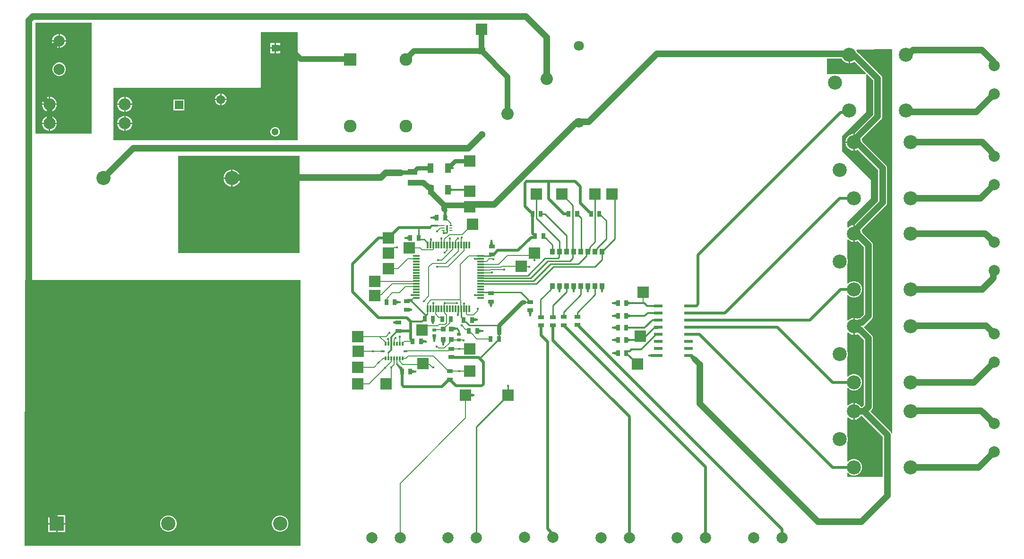
<source format=gbr>
%TF.GenerationSoftware,Altium Limited,Altium Designer,23.11.1 (41)*%
G04 Layer_Physical_Order=1*
G04 Layer_Color=255*
%FSLAX45Y45*%
%MOMM*%
%TF.SameCoordinates,7081611A-E9FA-4801-99CF-350105B7A270*%
%TF.FilePolarity,Positive*%
%TF.FileFunction,Copper,L1,Top,Signal*%
%TF.Part,Single*%
G01*
G75*
%TA.AperFunction,SMDPad,CuDef*%
%ADD10R,2.00000X2.00000*%
%ADD11R,0.80000X1.00000*%
%ADD12R,0.70000X0.60000*%
%ADD13R,1.00000X0.80000*%
%ADD14R,2.00000X2.00000*%
%ADD15R,1.70000X1.00000*%
%TA.AperFunction,TestPad*%
G04:AMPARAMS|DCode=16|XSize=0.9mm|YSize=0.8mm|CornerRadius=0.04mm|HoleSize=0mm|Usage=FLASHONLY|Rotation=90.000|XOffset=0mm|YOffset=0mm|HoleType=Round|Shape=RoundedRectangle|*
%AMROUNDEDRECTD16*
21,1,0.90000,0.72000,0,0,90.0*
21,1,0.82000,0.80000,0,0,90.0*
1,1,0.08000,0.36000,0.41000*
1,1,0.08000,0.36000,-0.41000*
1,1,0.08000,-0.36000,-0.41000*
1,1,0.08000,-0.36000,0.41000*
%
%ADD16ROUNDEDRECTD16*%
%TA.AperFunction,SMDPad,CuDef*%
%ADD17R,0.91000X1.14000*%
%ADD18R,1.00000X1.80000*%
%ADD19R,0.60000X0.20000*%
%ADD20R,0.35000X0.99000*%
%ADD21R,0.75000X0.30000*%
%ADD22R,0.30000X0.75000*%
%ADD23R,0.30000X1.20000*%
%ADD24R,1.20000X0.30000*%
%ADD25R,1.55000X0.60000*%
%TA.AperFunction,Conductor*%
%ADD26C,1.00000*%
%ADD27C,1.20000*%
%ADD28C,0.20000*%
%ADD29C,0.30000*%
%ADD30C,0.75000*%
%ADD31C,0.50000*%
%TA.AperFunction,NonConductor*%
%ADD32C,0.25400*%
%ADD33C,0.20320*%
%TA.AperFunction,Conductor*%
%ADD34C,0.25000*%
%ADD35C,0.35000*%
%TA.AperFunction,ComponentPad*%
%ADD36C,2.20980*%
%ADD37C,2.54000*%
%ADD38R,2.54000X2.54000*%
%ADD39C,2.00025*%
%ADD40C,1.80000*%
%ADD41C,2.15000*%
%ADD42R,1.60000X1.60000*%
%ADD43C,1.30000*%
%ADD44R,1.30000X1.30000*%
%ADD45C,2.51460*%
%ADD46C,2.28600*%
%ADD47C,1.60000*%
%ADD48R,2.28600X2.28600*%
%TA.AperFunction,ViaPad*%
%ADD49C,0.45000*%
G36*
X14916975Y9147557D02*
X14919160D01*
X14948358Y9153365D01*
X14975862Y9164757D01*
X14996060Y9178253D01*
X15206613Y8967700D01*
X15201353Y8955000D01*
X14500000D01*
Y9236810D01*
X14766324D01*
X14770345Y9227100D01*
X14786885Y9202347D01*
X14807935Y9181297D01*
X14832687Y9164757D01*
X14860191Y9153365D01*
X14889391Y9147557D01*
X14891576D01*
Y9298687D01*
X14916975D01*
Y9147557D01*
D02*
G37*
G36*
X1330000Y7886700D02*
X320000D01*
Y9872980D01*
X1330000D01*
Y7886700D01*
D02*
G37*
G36*
X5022500Y7767500D02*
X1715000D01*
X1715000Y8712500D01*
X4347500D01*
X4362500Y8727500D01*
Y9708750D01*
X5022500D01*
Y7767500D01*
D02*
G37*
G36*
X15331810Y8842504D02*
Y8227256D01*
X14998700Y7894146D01*
Y7731760D01*
Y7580630D01*
X15000885D01*
X15030083Y7586438D01*
X15056259Y7597280D01*
X15420470Y7233070D01*
Y6680155D01*
X14998700Y6258386D01*
Y6096000D01*
Y5944870D01*
X15000885D01*
X15030083Y5950678D01*
X15056259Y5961520D01*
X15166470Y5851309D01*
Y4648155D01*
X15096651Y4578336D01*
X15089459D01*
X15068575Y4575587D01*
X15049113Y4567526D01*
X15048837Y4567314D01*
X15030083Y4575082D01*
X15000885Y4580890D01*
X14998700D01*
Y4429760D01*
Y4278630D01*
X15000885D01*
X15030083Y4284438D01*
X15050244Y4292789D01*
X15064764Y4286775D01*
X15166470Y4185069D01*
Y3022210D01*
X15130708Y2986450D01*
X15113847D01*
X15103391Y3002100D01*
X15082339Y3023150D01*
X15057587Y3039690D01*
X15030083Y3051082D01*
X15000885Y3056890D01*
X14998700D01*
Y2905760D01*
Y2754630D01*
X15000885D01*
X15030083Y2760438D01*
X15057587Y2771830D01*
X15082339Y2788370D01*
X15103391Y2809420D01*
X15113847Y2825070D01*
X15130708D01*
X15506470Y2449309D01*
Y1735000D01*
X14867500D01*
Y1799446D01*
X14880200Y1804707D01*
X14896519Y1788387D01*
X14929750Y1769201D01*
X14966814Y1759270D01*
X15005186D01*
X15042250Y1769201D01*
X15075481Y1788387D01*
X15102612Y1815520D01*
X15121799Y1848750D01*
X15131731Y1885814D01*
Y1924186D01*
X15121799Y1961250D01*
X15102612Y1994480D01*
X15075481Y2021613D01*
X15042250Y2040799D01*
X15005186Y2050730D01*
X14966814D01*
X14929750Y2040799D01*
X14896519Y2021613D01*
X14880200Y2005293D01*
X14867500Y2010554D01*
Y2348613D01*
X14867799Y2349130D01*
X14877730Y2386194D01*
Y2424566D01*
X14867799Y2461630D01*
X14867500Y2462147D01*
Y2792569D01*
X14880200Y2797830D01*
X14889661Y2788370D01*
X14914413Y2771830D01*
X14941917Y2760438D01*
X14971115Y2754630D01*
X14973300D01*
Y2905760D01*
Y3056890D01*
X14971115D01*
X14941917Y3051082D01*
X14914413Y3039690D01*
X14889661Y3023150D01*
X14880200Y3013690D01*
X14867500Y3018951D01*
Y3323446D01*
X14880200Y3328707D01*
X14896519Y3312387D01*
X14929750Y3293201D01*
X14966814Y3283270D01*
X15005186D01*
X15042250Y3293201D01*
X15075481Y3312387D01*
X15102612Y3339520D01*
X15121799Y3372750D01*
X15131731Y3409814D01*
Y3448186D01*
X15121799Y3485250D01*
X15102612Y3518480D01*
X15075481Y3545613D01*
X15042250Y3564799D01*
X15005186Y3574730D01*
X14966814D01*
X14929750Y3564799D01*
X14896519Y3545613D01*
X14880200Y3529293D01*
X14867500Y3534554D01*
Y3872613D01*
X14867799Y3873130D01*
X14877730Y3910194D01*
Y3948566D01*
X14867799Y3985630D01*
X14867500Y3986147D01*
Y4316569D01*
X14880200Y4321830D01*
X14889661Y4312370D01*
X14914413Y4295830D01*
X14941917Y4284438D01*
X14971115Y4278630D01*
X14973300D01*
Y4429760D01*
Y4580890D01*
X14971115D01*
X14941917Y4575082D01*
X14914413Y4563690D01*
X14889661Y4547150D01*
X14880200Y4537690D01*
X14867500Y4542951D01*
Y4989686D01*
X14880200Y4994947D01*
X14896519Y4978627D01*
X14929750Y4959441D01*
X14966814Y4949510D01*
X15005186D01*
X15042250Y4959441D01*
X15075481Y4978627D01*
X15102612Y5005760D01*
X15121799Y5038990D01*
X15131731Y5076054D01*
Y5114426D01*
X15121799Y5151490D01*
X15102612Y5184720D01*
X15075481Y5211853D01*
X15042250Y5231039D01*
X15005186Y5240970D01*
X14966814D01*
X14929750Y5231039D01*
X14896519Y5211853D01*
X14880200Y5195533D01*
X14867500Y5200794D01*
Y5538853D01*
X14867799Y5539370D01*
X14877730Y5576434D01*
Y5614806D01*
X14867799Y5651870D01*
X14867500Y5652387D01*
Y5982809D01*
X14880200Y5988070D01*
X14889661Y5978610D01*
X14914413Y5962070D01*
X14941917Y5950678D01*
X14971115Y5944870D01*
X14973300D01*
Y6096000D01*
Y6247130D01*
X14971115D01*
X14941917Y6241322D01*
X14914413Y6229930D01*
X14889661Y6213390D01*
X14880200Y6203930D01*
X14867500Y6209191D01*
Y6300000D01*
X15287500Y6720000D01*
X15287500Y7057500D01*
X14772501Y7572500D01*
Y7840000D01*
X15207500Y8275000D01*
Y8948853D01*
X15220200Y8954114D01*
X15331810Y8842504D01*
D02*
G37*
G36*
X5055000Y5745000D02*
X2877500D01*
Y7492500D01*
X5055000D01*
Y5745000D01*
D02*
G37*
G36*
X15675000Y9396663D02*
Y2512904D01*
X15662300Y2510378D01*
X15657040Y2523078D01*
X15644215Y2539789D01*
X15278246Y2905760D01*
X15304216Y2931731D01*
X15317039Y2948442D01*
X15325101Y2967903D01*
X15327850Y2988788D01*
Y4218492D01*
X15325101Y4239377D01*
X15317039Y4258838D01*
X15304216Y4275549D01*
X15167114Y4412651D01*
X15170094Y4427632D01*
X15170418Y4427766D01*
X15187131Y4440590D01*
X15304216Y4557676D01*
X15317039Y4574387D01*
X15325101Y4593848D01*
X15327850Y4614732D01*
Y5884732D01*
X15325101Y5905617D01*
X15317039Y5925078D01*
X15304218Y5941789D01*
X15137131Y6108875D01*
Y6110885D01*
X15131322Y6140083D01*
X15124673Y6156133D01*
X15558215Y6589676D01*
X15571039Y6606387D01*
X15579100Y6625848D01*
X15581850Y6646732D01*
Y7266492D01*
X15579100Y7287377D01*
X15571039Y7306838D01*
X15558215Y7323549D01*
X15137131Y7744635D01*
Y7746645D01*
X15131322Y7775843D01*
X15124673Y7791893D01*
X15469557Y8136776D01*
X15482381Y8153488D01*
X15490440Y8172949D01*
X15493190Y8193833D01*
Y8875927D01*
X15490440Y8896811D01*
X15482381Y8916272D01*
X15469557Y8932983D01*
X15071950Y9330590D01*
X15055238Y9343413D01*
X15048106Y9346367D01*
X15038205Y9370274D01*
X15030472Y9381846D01*
X15036348Y9393105D01*
X15665932Y9405555D01*
X15675000Y9396663D01*
D02*
G37*
G36*
X5072500Y497500D02*
X132655D01*
X123687Y506493D01*
X137117Y5262500D01*
X5072500D01*
Y497500D01*
D02*
G37*
%LPC*%
G36*
X763811Y9675633D02*
X760000D01*
Y9562920D01*
X872713D01*
Y9566731D01*
X864166Y9598628D01*
X847655Y9627225D01*
X824305Y9650575D01*
X795708Y9667086D01*
X763811Y9675633D01*
D02*
G37*
G36*
X734600D02*
X730789D01*
X698892Y9667086D01*
X670295Y9650575D01*
X646945Y9627225D01*
X630434Y9598628D01*
X621888Y9566731D01*
Y9562920D01*
X734600D01*
Y9675633D01*
D02*
G37*
G36*
X872713Y9537520D02*
X760000D01*
Y9424808D01*
X763811D01*
X795708Y9433354D01*
X824305Y9449865D01*
X847655Y9473215D01*
X864166Y9501813D01*
X872713Y9533709D01*
Y9537520D01*
D02*
G37*
G36*
X734600D02*
X621888D01*
Y9533709D01*
X630434Y9501813D01*
X646945Y9473215D01*
X670295Y9449865D01*
X698892Y9433354D01*
X730789Y9424808D01*
X734600D01*
Y9537520D01*
D02*
G37*
G36*
X763100Y9162233D02*
X731500D01*
X700977Y9154054D01*
X673611Y9138254D01*
X651266Y9115910D01*
X635466Y9088543D01*
X627288Y9058020D01*
Y9026420D01*
X635466Y8995897D01*
X651266Y8968531D01*
X673611Y8946186D01*
X700977Y8930387D01*
X731500Y8922208D01*
X763100D01*
X793623Y8930387D01*
X820989Y8946186D01*
X843334Y8968531D01*
X859134Y8995897D01*
X867312Y9026420D01*
Y9058020D01*
X859134Y9088543D01*
X843334Y9115910D01*
X820989Y9138254D01*
X793623Y9154054D01*
X763100Y9162233D01*
D02*
G37*
G36*
X589797Y8545120D02*
X585000D01*
Y8424920D01*
X705200D01*
Y8429716D01*
X696143Y8463517D01*
X678647Y8493822D01*
X653903Y8518566D01*
X623598Y8536063D01*
X589797Y8545120D01*
D02*
G37*
G36*
X559600D02*
X554804D01*
X521003Y8536063D01*
X490698Y8518566D01*
X465954Y8493822D01*
X448457Y8463517D01*
X439400Y8429716D01*
Y8424920D01*
X559600D01*
Y8545120D01*
D02*
G37*
G36*
X705200Y8399520D02*
X585000D01*
Y8279320D01*
X589797D01*
X623598Y8288377D01*
X653903Y8305873D01*
X678647Y8330617D01*
X696143Y8360922D01*
X705200Y8394723D01*
Y8399520D01*
D02*
G37*
G36*
X559600D02*
X439400D01*
Y8394723D01*
X448457Y8360922D01*
X465954Y8330617D01*
X490698Y8305873D01*
X521003Y8288377D01*
X554804Y8279320D01*
X559600D01*
Y8399520D01*
D02*
G37*
G36*
X589797Y8205120D02*
X585000D01*
Y8084920D01*
X705200D01*
Y8089717D01*
X696143Y8123518D01*
X678647Y8153823D01*
X653903Y8178567D01*
X623598Y8196063D01*
X589797Y8205120D01*
D02*
G37*
G36*
X559600D02*
X554804D01*
X521003Y8196063D01*
X490698Y8178567D01*
X465954Y8153823D01*
X448457Y8123518D01*
X439400Y8089717D01*
Y8084920D01*
X559600D01*
Y8205120D01*
D02*
G37*
G36*
X705200Y8059520D02*
X585000D01*
Y7939320D01*
X589797D01*
X623598Y7948377D01*
X653903Y7965874D01*
X678647Y7990617D01*
X696143Y8020922D01*
X705200Y8054724D01*
Y8059520D01*
D02*
G37*
G36*
X559600D02*
X439400D01*
Y8054724D01*
X448457Y8020922D01*
X465954Y7990617D01*
X490698Y7965874D01*
X521003Y7948377D01*
X554804Y7939320D01*
X559600D01*
Y8059520D01*
D02*
G37*
G36*
X4707900Y9510400D02*
X4630200D01*
Y9432700D01*
X4707900D01*
Y9510400D01*
D02*
G37*
G36*
X4604800D02*
X4527100D01*
Y9432700D01*
X4604800D01*
Y9510400D01*
D02*
G37*
G36*
X4707900Y9407300D02*
X4630200D01*
Y9329600D01*
X4707900D01*
Y9407300D01*
D02*
G37*
G36*
X4604800D02*
X4527100D01*
Y9329600D01*
X4604800D01*
Y9407300D01*
D02*
G37*
G36*
X3656376Y8605400D02*
X3655200D01*
Y8512700D01*
X3747900D01*
Y8513876D01*
X3740717Y8540683D01*
X3726841Y8564717D01*
X3707217Y8584341D01*
X3683183Y8598217D01*
X3656376Y8605400D01*
D02*
G37*
G36*
X3629800D02*
X3628624D01*
X3601817Y8598217D01*
X3577783Y8584341D01*
X3558159Y8564717D01*
X3544283Y8540683D01*
X3537100Y8513876D01*
Y8512700D01*
X3629800D01*
Y8605400D01*
D02*
G37*
G36*
X1939796Y8545120D02*
X1935000D01*
Y8424920D01*
X2055200D01*
Y8429716D01*
X2046143Y8463517D01*
X2028646Y8493822D01*
X2003903Y8518566D01*
X1973598Y8536063D01*
X1939796Y8545120D01*
D02*
G37*
G36*
X1909600D02*
X1904803D01*
X1871002Y8536063D01*
X1840697Y8518566D01*
X1815953Y8493822D01*
X1798457Y8463517D01*
X1789400Y8429716D01*
Y8424920D01*
X1909600D01*
Y8545120D01*
D02*
G37*
G36*
X3747900Y8487300D02*
X3655200D01*
Y8394600D01*
X3656376D01*
X3683183Y8401783D01*
X3707217Y8415659D01*
X3726841Y8435283D01*
X3740717Y8459317D01*
X3747900Y8486123D01*
Y8487300D01*
D02*
G37*
G36*
X3629800D02*
X3537100D01*
Y8486123D01*
X3544283Y8459317D01*
X3558159Y8435283D01*
X3577783Y8415659D01*
X3601817Y8401783D01*
X3628624Y8394600D01*
X3629800D01*
Y8487300D01*
D02*
G37*
G36*
X2992500Y8500000D02*
X2792500D01*
Y8300000D01*
X2992500D01*
Y8500000D01*
D02*
G37*
G36*
X2055200Y8399520D02*
X1935000D01*
Y8279320D01*
X1939796D01*
X1973598Y8288377D01*
X2003903Y8305873D01*
X2028646Y8330617D01*
X2046143Y8360922D01*
X2055200Y8394723D01*
Y8399520D01*
D02*
G37*
G36*
X1909600D02*
X1789400D01*
Y8394723D01*
X1798457Y8360922D01*
X1815953Y8330617D01*
X1840697Y8305873D01*
X1871002Y8288377D01*
X1904803Y8279320D01*
X1909600D01*
Y8399520D01*
D02*
G37*
G36*
X1939796Y8205120D02*
X1935000D01*
Y8084920D01*
X2055200D01*
Y8089717D01*
X2046143Y8123518D01*
X2028646Y8153823D01*
X2003903Y8178567D01*
X1973598Y8196063D01*
X1939796Y8205120D01*
D02*
G37*
G36*
X1909600D02*
X1904803D01*
X1871002Y8196063D01*
X1840697Y8178567D01*
X1815953Y8153823D01*
X1798457Y8123518D01*
X1789400Y8089717D01*
Y8084920D01*
X1909600D01*
Y8205120D01*
D02*
G37*
G36*
X2055200Y8059520D02*
X1935000D01*
Y7939320D01*
X1939796D01*
X1973598Y7948377D01*
X2003903Y7965874D01*
X2028646Y7990617D01*
X2046143Y8020922D01*
X2055200Y8054724D01*
Y8059520D01*
D02*
G37*
G36*
X1909600D02*
X1789400D01*
Y8054724D01*
X1798457Y8020922D01*
X1815953Y7990617D01*
X1840697Y7965874D01*
X1871002Y7948377D01*
X1904803Y7939320D01*
X1909600D01*
Y8059520D01*
D02*
G37*
G36*
X4628691Y8005000D02*
X4606310D01*
X4584691Y7999207D01*
X4565309Y7988017D01*
X4549483Y7972191D01*
X4538293Y7952809D01*
X4532500Y7931190D01*
Y7908809D01*
X4538293Y7887191D01*
X4549483Y7867809D01*
X4565309Y7851983D01*
X4584691Y7840793D01*
X4606310Y7835000D01*
X4628691D01*
X4650309Y7840793D01*
X4669691Y7851983D01*
X4685517Y7867809D01*
X4696707Y7887191D01*
X4702500Y7908809D01*
Y7931190D01*
X4696707Y7952809D01*
X4685517Y7972191D01*
X4669691Y7988017D01*
X4650309Y7999207D01*
X4628691Y8005000D01*
D02*
G37*
G36*
X14973300Y7882890D02*
X14971115D01*
X14941917Y7877082D01*
X14914413Y7865690D01*
X14889661Y7849150D01*
X14868610Y7828100D01*
X14852071Y7803347D01*
X14840678Y7775843D01*
X14834869Y7746645D01*
Y7744460D01*
X14973300D01*
Y7882890D01*
D02*
G37*
G36*
Y7719060D02*
X14834869D01*
Y7716875D01*
X14840678Y7687677D01*
X14852071Y7660173D01*
X14868610Y7635420D01*
X14889661Y7614370D01*
X14914413Y7597830D01*
X14941917Y7586438D01*
X14971115Y7580630D01*
X14973300D01*
Y7719060D01*
D02*
G37*
G36*
X3857295Y7239554D02*
X3854985D01*
Y7099854D01*
X3994685D01*
Y7102164D01*
X3988828Y7131607D01*
X3977340Y7159342D01*
X3960662Y7184303D01*
X3939434Y7205530D01*
X3914474Y7222209D01*
X3886738Y7233697D01*
X3857295Y7239554D01*
D02*
G37*
G36*
X3829585D02*
X3827275D01*
X3797831Y7233697D01*
X3770096Y7222209D01*
X3745136Y7205530D01*
X3723908Y7184303D01*
X3707230Y7159342D01*
X3695742Y7131607D01*
X3689885Y7102164D01*
Y7099854D01*
X3829585D01*
Y7239554D01*
D02*
G37*
G36*
X3994685Y7074454D02*
X3854985D01*
Y6934754D01*
X3857295D01*
X3886738Y6940610D01*
X3914474Y6952099D01*
X3939434Y6968777D01*
X3960662Y6990004D01*
X3977340Y7014965D01*
X3988828Y7042700D01*
X3994685Y7072144D01*
Y7074454D01*
D02*
G37*
G36*
X3829585D02*
X3689885D01*
Y7072144D01*
X3695742Y7042700D01*
X3707230Y7014965D01*
X3723908Y6990004D01*
X3745136Y6968777D01*
X3770096Y6952099D01*
X3797831Y6940610D01*
X3827275Y6934754D01*
X3829585D01*
Y7074454D01*
D02*
G37*
G36*
X857404Y1044900D02*
X717704D01*
Y905200D01*
X857404D01*
Y1044900D01*
D02*
G37*
G36*
X692304D02*
X552604D01*
Y905200D01*
X692304D01*
Y1044900D01*
D02*
G37*
G36*
X4724349Y1039500D02*
X4685643D01*
X4648256Y1029482D01*
X4614736Y1010129D01*
X4587367Y982760D01*
X4568014Y949240D01*
X4557996Y911853D01*
Y873147D01*
X4568014Y835760D01*
X4587367Y802240D01*
X4614736Y774871D01*
X4648256Y755518D01*
X4685643Y745500D01*
X4724349D01*
X4761736Y755518D01*
X4795256Y774871D01*
X4822625Y802240D01*
X4841978Y835760D01*
X4851996Y873147D01*
Y911853D01*
X4841978Y949240D01*
X4822625Y982760D01*
X4795256Y1010129D01*
X4761736Y1029482D01*
X4724349Y1039500D01*
D02*
G37*
G36*
X2724353D02*
X2685647D01*
X2648260Y1029482D01*
X2614740Y1010129D01*
X2587371Y982760D01*
X2568018Y949240D01*
X2558000Y911853D01*
Y873147D01*
X2568018Y835760D01*
X2587371Y802240D01*
X2614740Y774871D01*
X2648260Y755518D01*
X2685647Y745500D01*
X2724353D01*
X2761740Y755518D01*
X2795260Y774871D01*
X2822629Y802240D01*
X2841982Y835760D01*
X2852000Y873147D01*
Y911853D01*
X2841982Y949240D01*
X2822629Y982760D01*
X2795260Y1010129D01*
X2761740Y1029482D01*
X2724353Y1039500D01*
D02*
G37*
G36*
X857404Y879800D02*
X717704D01*
Y740100D01*
X857404D01*
Y879800D01*
D02*
G37*
G36*
X692304D02*
X552604D01*
Y740100D01*
X692304D01*
Y879800D01*
D02*
G37*
%LPD*%
D10*
X7015000Y5837500D02*
D03*
X6397500Y4980000D02*
D03*
X6402500Y5237500D02*
D03*
X9027500Y5505000D02*
D03*
X11155000Y4255000D02*
D03*
X11105941Y3753844D02*
D03*
X6647300Y6017220D02*
D03*
X8792500Y3200000D02*
D03*
X8030000D02*
D03*
X8100000Y4030000D02*
D03*
Y3625000D02*
D03*
X6100000Y4250000D02*
D03*
X6600000Y3400000D02*
D03*
X6100000D02*
D03*
Y3700000D02*
D03*
X6105971Y3987220D02*
D03*
X7265000Y3762500D02*
D03*
X10350000Y6800000D02*
D03*
X9294017Y6800001D02*
D03*
X9750000Y6800000D02*
D03*
X8317500Y9760000D02*
D03*
X8100000Y6577500D02*
D03*
Y6850000D02*
D03*
Y7400000D02*
D03*
X6647300Y5742220D02*
D03*
X7250000Y4362500D02*
D03*
X6647300Y5467220D02*
D03*
D11*
X7187500Y6015000D02*
D03*
X7037500D02*
D03*
X7077500Y4160000D02*
D03*
X7227500D02*
D03*
X6760000Y4867500D02*
D03*
X6610000D02*
D03*
X7995000Y4545000D02*
D03*
X8145000D02*
D03*
X8087500Y4350000D02*
D03*
X8237500D02*
D03*
X6890000Y3620000D02*
D03*
X7040000D02*
D03*
X7610000Y4562500D02*
D03*
X7760000D02*
D03*
X10025000Y6450000D02*
D03*
X9875000D02*
D03*
X10425000D02*
D03*
X10275000D02*
D03*
X9375000D02*
D03*
X9225000D02*
D03*
X9425000Y6050000D02*
D03*
X9275000D02*
D03*
X10907160Y3952240D02*
D03*
X10757160D02*
D03*
X10907160Y4191000D02*
D03*
X10757160D02*
D03*
X10907160Y4404360D02*
D03*
X10757160D02*
D03*
X10907160Y4615180D02*
D03*
X10757160D02*
D03*
X10907160Y4846320D02*
D03*
X10757160D02*
D03*
X8627500Y4205000D02*
D03*
X8477500D02*
D03*
X7295000Y4565000D02*
D03*
X7445000D02*
D03*
X7509750Y6383358D02*
D03*
X7659750D02*
D03*
D12*
X7907699Y4186227D02*
D03*
Y4286227D02*
D03*
X7470000Y4265000D02*
D03*
Y4365000D02*
D03*
D13*
X6820000Y4347500D02*
D03*
Y4497500D02*
D03*
X10030000Y4455000D02*
D03*
Y4605000D02*
D03*
X9785000Y4452500D02*
D03*
Y4602500D02*
D03*
X9592500Y4447500D02*
D03*
Y4597500D02*
D03*
X9380000Y4447500D02*
D03*
Y4597500D02*
D03*
X7772500Y3880000D02*
D03*
Y4030000D02*
D03*
X7750000Y3475000D02*
D03*
Y3625000D02*
D03*
X8480000Y4872500D02*
D03*
Y5022500D02*
D03*
X9190000Y4717500D02*
D03*
Y4867500D02*
D03*
X6980000Y4730000D02*
D03*
Y4880000D02*
D03*
X8497300Y5867220D02*
D03*
Y5717220D02*
D03*
D14*
X9265000Y5747500D02*
D03*
X11211025Y5041937D02*
D03*
X8150000Y6260000D02*
D03*
X10650000Y6800000D02*
D03*
D15*
X7075000Y7010000D02*
D03*
Y7200000D02*
D03*
D16*
X7630000Y4380000D02*
D03*
Y4195000D02*
D03*
X7775000Y4380000D02*
D03*
Y4195000D02*
D03*
D17*
X9588000Y5150000D02*
D03*
X9715000D02*
D03*
X9842000D02*
D03*
X9969000D02*
D03*
X10096000D02*
D03*
X10223000D02*
D03*
X10350000D02*
D03*
X10477000D02*
D03*
X9588000Y5772000D02*
D03*
X9715000D02*
D03*
X9842000D02*
D03*
X9969000D02*
D03*
X10096000D02*
D03*
X10223000D02*
D03*
X10350000D02*
D03*
X10477000D02*
D03*
D18*
X7398960Y7269480D02*
D03*
X7406580Y6878320D02*
D03*
X7716580D02*
D03*
X7708960Y7269480D02*
D03*
D19*
X7632300Y6232220D02*
D03*
Y6152220D02*
D03*
X7762300Y6232220D02*
D03*
X7632300Y6192220D02*
D03*
X7762300Y6152220D02*
D03*
Y6192220D02*
D03*
D20*
X7697300D02*
D03*
D21*
X6952300Y3987220D02*
D03*
X6542300D02*
D03*
D22*
X6897300Y3857220D02*
D03*
X6597300Y4117220D02*
D03*
X6697300Y3857220D02*
D03*
X6797300D02*
D03*
X6897300Y4117220D02*
D03*
X6797300D02*
D03*
X6697300D02*
D03*
X6597300Y3857220D02*
D03*
X6847300D02*
D03*
X6747300D02*
D03*
X6647300D02*
D03*
X6847300Y4117220D02*
D03*
X6747300D02*
D03*
X6647300D02*
D03*
D23*
X7847299Y5892219D02*
D03*
X7897299D02*
D03*
X7997299D02*
D03*
X7697300D02*
D03*
X7597300D02*
D03*
X7347300Y4742221D02*
D03*
X7947299D02*
D03*
X7347300Y5892219D02*
D03*
X7747299D02*
D03*
X7797299D02*
D03*
X7947299D02*
D03*
X7397300Y4742221D02*
D03*
X7447300D02*
D03*
X7497300D02*
D03*
X7547300D02*
D03*
X7597300D02*
D03*
X7647300D02*
D03*
X7697300D02*
D03*
X7747299D02*
D03*
X7797299D02*
D03*
X7847299D02*
D03*
X7897299D02*
D03*
X7997299D02*
D03*
X8047299D02*
D03*
X8097299D02*
D03*
Y5892219D02*
D03*
X8047299D02*
D03*
X7647300D02*
D03*
X7547300D02*
D03*
X7497300D02*
D03*
X7447300D02*
D03*
X7397300D02*
D03*
D24*
X7147300Y4942221D02*
D03*
X8297299Y5042221D02*
D03*
Y5692219D02*
D03*
X7147300D02*
D03*
Y5642219D02*
D03*
Y5592219D02*
D03*
Y5542220D02*
D03*
Y5492220D02*
D03*
Y5442220D02*
D03*
Y5392220D02*
D03*
Y5342220D02*
D03*
Y5292220D02*
D03*
Y5242220D02*
D03*
Y5192220D02*
D03*
Y5142220D02*
D03*
Y5092220D02*
D03*
Y5042221D02*
D03*
Y4992221D02*
D03*
X8297299Y4942221D02*
D03*
Y4992221D02*
D03*
Y5092220D02*
D03*
Y5142220D02*
D03*
Y5192220D02*
D03*
Y5242220D02*
D03*
Y5292220D02*
D03*
Y5342220D02*
D03*
Y5392220D02*
D03*
Y5442220D02*
D03*
Y5492220D02*
D03*
Y5542220D02*
D03*
Y5592219D02*
D03*
Y5642219D02*
D03*
D25*
X12024360Y4798060D02*
D03*
Y4671060D02*
D03*
Y4544060D02*
D03*
Y4417060D02*
D03*
Y4290060D02*
D03*
Y4163060D02*
D03*
Y4036060D02*
D03*
Y3909060D02*
D03*
X11484360D02*
D03*
Y4036060D02*
D03*
Y4163060D02*
D03*
Y4290060D02*
D03*
Y4417060D02*
D03*
Y4544060D02*
D03*
Y4671060D02*
D03*
Y4798060D02*
D03*
D26*
X8317500Y9370000D02*
X8320000Y9367500D01*
X8317500Y9370000D02*
Y9760000D01*
X8784000Y8243494D02*
Y8903500D01*
X8320000Y9367500D02*
X8784000Y8903500D01*
X7105378Y9365000D02*
X8317500D01*
X8320000Y9367500D01*
X6960376Y9219998D02*
X7105378Y9365000D01*
X6957500Y9219998D02*
X6960376D01*
X8079750Y6597750D02*
X8100000Y6577500D01*
X7366580Y6918320D02*
X7406580D01*
X12132160Y3840232D02*
X12223410Y3748983D01*
X7406580Y6878320D02*
Y6918320D01*
Y6833420D02*
Y6878320D01*
X7642250Y6597750D02*
X8079750D01*
X7642250Y6530250D02*
Y6597750D01*
X7406580Y6833420D02*
X7642250Y6597750D01*
X7075000Y7010000D02*
X7274900D01*
X7366580Y6918320D01*
X5075002Y9222498D02*
X5955000D01*
X4617500Y9420000D02*
X4877500D01*
X5075002Y9222498D01*
X572300Y8072220D02*
Y8412220D01*
X436880Y8547640D02*
X572300Y8412220D01*
X495459Y9309100D02*
X506180D01*
X436880Y8547640D02*
Y9250521D01*
X495459Y9309100D01*
X506180D02*
X747300Y9550220D01*
D27*
X272794Y9990000D02*
X9110000D01*
X9482500Y9617500D01*
X202500Y9919706D02*
X272794Y9990000D01*
X202500Y1448065D02*
Y9919706D01*
X9482500Y8872500D02*
Y9617500D01*
X8140000Y6617500D02*
X8545000D01*
X9997270Y8069770D02*
X10029784D01*
X8545000Y6617500D02*
X9997270Y8069770D01*
X10052744Y8092730D02*
X10111406D01*
X10235848Y8100848D02*
X11452500Y9317500D01*
X10119525Y8100848D02*
X10235848D01*
X10029784Y8069770D02*
X10052744Y8092730D01*
X11452500Y9317500D02*
X14885461D01*
X10111406Y8092730D02*
X10119525Y8100848D01*
X8075001Y7622500D02*
X8320000Y7867500D01*
X2077636Y7622500D02*
X8075001D01*
X1542290Y7087154D02*
X2077636Y7622500D01*
X202500Y1448065D02*
X660219Y990347D01*
X15014894Y9273533D02*
X15412500Y8875927D01*
Y8193833D02*
Y8875927D01*
X14986000Y7767333D02*
X15412500Y8193833D01*
X14885461Y9317500D02*
X14929430Y9273533D01*
X8100000Y6577500D02*
X8140000Y6617500D01*
X15247160Y2988788D02*
Y4218492D01*
X15164133Y2905760D02*
X15247160Y2988788D01*
X14986000Y2905760D02*
X15164133D01*
X15587160Y2482732D01*
X14342500Y927500D02*
X15122501D01*
X12223410Y3046591D02*
Y3748983D01*
Y3046591D02*
X14342500Y927500D01*
X15122501D02*
X15587160Y1392160D01*
Y2482732D01*
X14986000Y4429760D02*
X15021573D01*
X15087303Y4364030D02*
X15101622D01*
X15011154Y7706606D02*
X15061046D01*
X15011154Y6070846D02*
X15061046D01*
X15089459Y4497646D02*
X15130074D01*
X14986000Y6131573D02*
X15501160Y6646732D01*
X14986000Y7731760D02*
Y7767333D01*
X15061046Y6070846D02*
X15247160Y5884732D01*
X15501160Y6646732D02*
Y7266492D01*
X15061046Y7706606D02*
X15501160Y7266492D01*
X15247160Y4614732D02*
Y5884732D01*
X15101622Y4364030D02*
X15247160Y4218492D01*
X14929430Y9273533D02*
X15014894D01*
X14986000Y7731760D02*
X15011154Y7706606D01*
X15021573Y4429760D02*
X15087303Y4364030D01*
X14986000Y6096000D02*
X15011154Y6070846D01*
X15130074Y4497646D02*
X15247160Y4614732D01*
X15021573Y4429760D02*
X15089459Y4497646D01*
X14986000Y6096000D02*
Y6131573D01*
X3807285Y7099654D02*
X6507153D01*
X6592500Y7185000D01*
X6867500D01*
X16002000Y6731000D02*
X17257430D01*
X17500000Y6973570D01*
X17459988Y7543237D02*
X17500000Y7503225D01*
X17287241Y7731760D02*
X17459988Y7559012D01*
X17500000Y7481570D02*
Y7503225D01*
X17459988Y7543237D02*
Y7559012D01*
X16002000Y7731760D02*
X17287241D01*
X15920274Y9298687D02*
X15955849D01*
X16046324Y9389163D02*
X17280836D01*
X15955849Y9298687D02*
X16046324Y9389163D01*
X17280836D02*
X17484688Y9185312D01*
Y9119942D02*
Y9185312D01*
Y9119942D02*
X17500000Y9104630D01*
X17176143Y8272773D02*
X17500000Y8596630D01*
X15945428Y8272773D02*
X17176143D01*
X15920274Y8297927D02*
X15945428Y8272773D01*
X16011024Y3429000D02*
X17138049D01*
X17500000Y3790950D01*
X17343790Y6096000D02*
X17500000Y5939790D01*
X16002000Y6096000D02*
X17343790D01*
X17484688Y5292688D02*
Y5416478D01*
X16002000Y5095240D02*
X17287241D01*
X17484688Y5292688D01*
Y5416478D02*
X17500000Y5431790D01*
X16002000Y1905000D02*
X17224409D01*
X17500000Y2180590D01*
X15937791Y2921000D02*
X17267590D01*
X17500000Y2688590D01*
X17353951Y4445000D02*
X17500000Y4298950D01*
X16002000Y4429760D02*
X16017239Y4445000D01*
X17353951D01*
D28*
X7797299Y5814793D02*
Y5892219D01*
X7510000Y4072500D02*
X7542500Y4040000D01*
X7647500D01*
X7746208Y4138708D01*
X6957300Y3992220D02*
X7724720D01*
X7762500Y4030000D02*
X7772500D01*
Y4025000D02*
X7920000D01*
X6952300Y3987220D02*
X6957300Y3992220D01*
X7724720D02*
X7762500Y4030000D01*
X7746208Y4166209D02*
X7775000Y4195000D01*
X7746208Y4138708D02*
Y4166209D01*
X7447300Y4742221D02*
Y4842300D01*
X7450000Y4845000D01*
X7661765Y4850000D02*
X7877500D01*
X7656765Y4845000D02*
X7661765Y4850000D01*
X7647300Y4842300D02*
X7650000Y4845000D01*
X7656765D01*
X7907699Y4186227D02*
X7977008D01*
X7983235Y4180000D01*
X7990000D01*
X7647300Y4742221D02*
Y4842300D01*
X7964783Y4437717D02*
X8029216Y4373284D01*
X7960000Y4452500D02*
X7964783Y4447717D01*
Y4437717D02*
Y4447717D01*
X7775000Y4195000D02*
X7783773Y4186227D01*
X7907699D01*
X6637500Y4198235D02*
X6647300Y4188435D01*
Y4117220D02*
Y4188435D01*
X6637500Y4198235D02*
Y4205000D01*
X6486983Y4250000D02*
X6600000D01*
X6665000Y4315000D01*
X7277500Y4880000D02*
Y4882500D01*
X7370000Y4975000D01*
Y5500000D01*
X7430000Y5560000D01*
X7675000D01*
X7897299Y5782299D01*
Y5892219D01*
X7997299Y5787299D02*
Y5892219D01*
X7710000Y5500000D02*
X7997299Y5787299D01*
X7517500Y5500000D02*
X7710000D01*
X6300000Y3400000D02*
X6697300Y3797300D01*
X6471390Y3778610D02*
X6550000Y3857220D01*
X6392780Y3700000D02*
X6471390Y3778610D01*
X6105971Y3987220D02*
X6542300D01*
X7960000Y6018235D02*
Y6025000D01*
X7947299Y6005534D02*
X7960000Y6018235D01*
X7947299Y5892219D02*
Y6005534D01*
X7847299Y5892219D02*
X7850000Y5894920D01*
Y5965000D02*
X7892500Y6007500D01*
X7850000Y5894920D02*
Y5965000D01*
X7933284Y4905000D02*
Y5545223D01*
X8085281Y5697219D02*
X8292299D01*
X7933284Y5545223D02*
X8085281Y5697219D01*
X8292299D02*
X8297299Y5692219D01*
X7435784Y5800281D02*
X7447500Y5811997D01*
X7249719Y5800281D02*
X7435784D01*
X7447500Y5811997D02*
Y5860000D01*
X7212500Y5837500D02*
X7249719Y5800281D01*
X7015000Y5837500D02*
X7212500D01*
X6650000Y3857220D02*
Y3960000D01*
X6712220Y5192220D02*
X7147300D01*
X6515784Y4995784D02*
X6712220Y5192220D01*
X6413284Y4995784D02*
X6515784D01*
X6397500Y4980000D02*
X6413284Y4995784D01*
X6402500Y5237500D02*
X7142580D01*
X7147300Y5242220D01*
X7651253Y4668747D02*
Y4738268D01*
X7647300Y4742221D02*
X7651253Y4738268D01*
Y4668747D02*
X7687500Y4632500D01*
Y4494068D02*
Y4632500D01*
X7660932Y4467500D02*
X7687500Y4494068D01*
X7527500Y4437500D02*
X7557500Y4467500D01*
X7660932D01*
X7325000Y4437500D02*
X7527500D01*
X7250000Y4362500D02*
X7325000Y4437500D01*
X7410000Y4905000D02*
X7933284D01*
X7347300Y4842300D02*
X7410000Y4905000D01*
X7945000Y4744520D02*
Y4893284D01*
X7933284Y4905000D02*
X7945000Y4893284D01*
Y4744520D02*
X7947299Y4742221D01*
X7347300D02*
Y4842300D01*
X7053085Y4895000D02*
X7095305Y4937221D01*
X7142300D02*
X7147300Y4942221D01*
X7095305Y4937221D02*
X7142300D01*
X8064216Y4373284D02*
X8087500Y4350000D01*
X8029216Y4373284D02*
X8064216D01*
X8087500Y4340000D02*
Y4350000D01*
X7967500Y6077500D02*
X8150000Y6260000D01*
X7647300Y5987300D02*
X7737500Y6077500D01*
X7967500D01*
X7697500Y6195000D02*
X7700000Y6192500D01*
Y6100000D02*
Y6192500D01*
X7697300Y6192220D02*
X7697500Y6192420D01*
X7635000Y6100000D02*
X7700000D01*
X7697500Y6192420D02*
Y6195000D01*
X7647300Y5892219D02*
Y5987300D01*
X7650000Y5750000D02*
X7697300Y5797300D01*
Y5892219D01*
X7747299Y6007299D02*
X7750000Y6010000D01*
X7747299Y5892219D02*
Y6007299D01*
X9032500Y5500000D02*
X9170000D01*
X9027500Y5505000D02*
X9032500Y5500000D01*
X9220000Y5702500D02*
X9262500Y5745000D01*
Y5617500D02*
Y5745000D01*
X9265000Y5747500D01*
X8622219Y5542220D02*
X8782500Y5702500D01*
X9220000D01*
X8297299Y5542220D02*
X8622219D01*
X8297299Y5492220D02*
X8664720D01*
X8677500Y5505000D01*
X9027500D01*
X8477500Y5450000D02*
X8715000D01*
X8717500Y5447500D01*
X8469720Y5442220D02*
X8477500Y5450000D01*
X8297299Y5442220D02*
X8469720D01*
X8493331Y5393331D02*
X8497500Y5397500D01*
X8298410Y5393331D02*
X8493331D01*
X8508781Y5639503D02*
X8525217D01*
X8453235Y5642500D02*
X8505784D01*
X8415735Y5605000D02*
X8453235Y5642500D01*
X8505784D02*
X8508781Y5639503D01*
X8525217D02*
X8530000Y5634720D01*
X8297299Y5592219D02*
X8402219D01*
X8415000Y5605000D01*
X8415735D01*
X11211025Y4847345D02*
Y5041937D01*
X11210000Y4846320D02*
X11211025Y4847345D01*
X8030000Y2790000D02*
Y3200000D01*
X6855300Y1615300D02*
X8030000Y2790000D01*
X6855300Y642220D02*
Y1615300D01*
X7997299Y4742221D02*
Y4839799D01*
X7997500Y4840000D01*
X8244799Y4714799D02*
Y4749721D01*
X8062500Y4637500D02*
X8167500D01*
X8244799Y4714799D01*
X8047299Y4652701D02*
Y4742221D01*
Y4652701D02*
X8062500Y4637500D01*
X7599053Y5616546D02*
X7797299Y5814793D01*
X7532500Y5616546D02*
X7599053D01*
X7597300Y5892219D02*
Y6007700D01*
X7595000Y6010000D02*
X7597300Y6007700D01*
X8232500Y4205000D02*
X8477500D01*
X8127500Y4310000D02*
X8232500Y4205000D01*
X8117500Y4310000D02*
X8127500D01*
X8087500Y4340000D02*
X8117500Y4310000D01*
X7492367Y4737288D02*
X7497300Y4742221D01*
X7492367Y4651849D02*
Y4737288D01*
X7610000Y4562500D02*
Y4567433D01*
X7492367Y4651849D02*
X7546783Y4597433D01*
X7580000D01*
X7610000Y4567433D01*
X6647300Y5742220D02*
X6755080Y5850000D01*
X6797500D01*
X7522500Y6135000D02*
X7579720Y6192220D01*
X7632300D01*
X7528341Y6232220D02*
X7632300D01*
X7659750Y6373358D02*
X7689750Y6343358D01*
X7699750D01*
X7762300Y6280808D01*
X7659750Y6373358D02*
Y6383358D01*
X7762300Y6232220D02*
Y6280808D01*
X7337503Y4646614D02*
X7347300Y4656411D01*
Y4742221D01*
X6947220Y5142220D02*
X7147300D01*
X6840000Y5035000D02*
X6947220Y5142220D01*
X6717500Y5035000D02*
X6840000D01*
X6610000Y4867500D02*
X6618284Y4875784D01*
Y4935784D01*
X6717500Y5035000D01*
X7635000Y6100000D02*
Y6152220D01*
X6928564Y4160000D02*
X7077500D01*
X6936783Y4342220D02*
Y4347500D01*
X6913284Y4144720D02*
X6928564Y4160000D01*
X6902300Y4144720D02*
X6913284D01*
X6897300Y4139720D02*
X6902300Y4144720D01*
X6897300Y4117220D02*
Y4139720D01*
X7625000Y4375000D02*
X7630000Y4380000D01*
X7446506Y4375000D02*
X7625000D01*
X7630000Y4380000D02*
Y4385000D01*
X7660000Y4415000D02*
X7665000D01*
X7744216Y4494216D01*
X7630000Y4385000D02*
X7660000Y4415000D01*
X7744216Y4494216D02*
Y4546716D01*
X7760000Y4562500D01*
X6747300Y4198284D02*
X6771516Y4222500D01*
X6772500D01*
X6747300Y4117220D02*
Y4198284D01*
X6847300Y4247300D02*
X6850000Y4250000D01*
X6847300Y4117220D02*
Y4247300D01*
X8095000Y4025000D02*
X8100000Y4030000D01*
X7920000Y4025000D02*
X8095000D01*
X7920000Y3625000D02*
X8100000D01*
X7632300Y6152220D02*
X7635000D01*
X7384784Y3750000D02*
X7434784Y3700000D01*
X7450000D01*
X7750000Y3625000D02*
X7920000D01*
X7450000Y3900000D02*
X7695000Y3655000D01*
X7720000D02*
X7750000Y3625000D01*
X7695000Y3655000D02*
X7720000D01*
X7000000Y3900000D02*
X7450000D01*
X6957220Y3857220D02*
X7000000Y3900000D01*
X6897300Y3857220D02*
X6957220D01*
X6900000Y3750000D02*
X7384784D01*
X6847503Y3802497D02*
X6900000Y3750000D01*
X6847300Y3857220D02*
X6847503Y3857017D01*
Y3802497D02*
Y3857017D01*
X6697300Y3797300D02*
Y3857220D01*
X6100000Y3400000D02*
X6300000D01*
X6747300Y3747300D02*
Y3857220D01*
X6700000Y3500000D02*
Y3700000D01*
X6747300Y3747300D01*
X6797300Y3752700D02*
Y3857220D01*
X6600000Y3400000D02*
X6700000Y3500000D01*
X6100000Y3700000D02*
X6392780D01*
X6550000Y3857220D02*
X6597300D01*
X6542300Y3987220D02*
X6542300Y3987220D01*
X6100000Y4250000D02*
X6486983D01*
X6592263Y4144720D01*
X6597300Y4117220D02*
Y4139720D01*
X6592263Y4144720D02*
X6592300D01*
X6597300Y4139720D01*
X6992219Y5642219D02*
X7147300D01*
X6817220Y5467220D02*
X6992219Y5642219D01*
X6647300Y5467220D02*
X6817220D01*
D29*
X8071680Y6878320D02*
X8100000Y6850000D01*
X7806580Y6878320D02*
X8071680D01*
X7763960Y7269480D02*
X7798960D01*
X7771580Y6878320D02*
X7806580D01*
X7419440Y6231940D02*
X7528060D01*
X10968993Y3984047D02*
X10999974Y4015027D01*
X10997160Y4191000D02*
X11191240D01*
X11210000Y4846320D02*
X11231880D01*
X10997160D02*
X11210000D01*
X11020556Y3838844D02*
X11020941D01*
X10942160Y3917240D02*
X11020556Y3838844D01*
X10932161Y3917240D02*
X10942160D01*
X10907160Y3942240D02*
X10932161Y3917240D01*
X10907160Y3942240D02*
Y3952240D01*
X11020941Y3838844D02*
X11105941Y3753844D01*
X10955506Y4191000D02*
X10997160D01*
Y4404360D02*
X11236960D01*
X10907160D02*
X10997160D01*
X10957145Y4846320D02*
X10997160D01*
Y4615180D02*
X11235653D01*
X11231880Y4846320D02*
X11280140Y4798060D01*
X10976101Y4615180D02*
X10997160D01*
X11235653D02*
X11291533Y4671060D01*
X11191240Y4191000D02*
X11402300Y4402060D01*
X11000000Y4015000D02*
X11174946D01*
X10667160Y4191000D02*
X10702160D01*
X11174946Y4015000D02*
X11421860Y4261914D01*
Y4275060D01*
X11436860Y4290060D01*
X11484360D01*
X8150000Y3197500D02*
X8167500D01*
X7036257Y4725204D02*
X7053757D01*
X7445000Y4492500D02*
Y4510000D01*
X6747500Y4497500D02*
X6765000D01*
X8480000Y4800000D02*
Y4817500D01*
X8209800Y4549720D02*
X8227300D01*
X9190000Y4627500D02*
Y4662500D01*
X6947500Y6015000D02*
X6982500D01*
X11291533Y4671060D02*
X11484360D01*
X7057300Y4992221D02*
X7092300D01*
X6697300Y4234428D02*
X6810372Y4347500D01*
X6697300Y4117220D02*
Y4234428D01*
Y4007300D02*
Y4117220D01*
X6815000Y4867500D02*
X6850000D01*
X8292500Y4350000D02*
X8327500D01*
X7125225Y3620000D02*
X7127725Y3617500D01*
X7092725Y3620000D02*
X7125225D01*
X7419750Y6383358D02*
X7454750D01*
X7280225Y4160000D02*
X7312725D01*
X7315225Y4157500D01*
X6650000Y3960000D02*
X6697300Y4007300D01*
X7467500Y4172500D02*
X7470000Y4175000D01*
Y4207500D01*
X11317500Y3905000D02*
X11352500D01*
X10667160Y3952240D02*
X10702160D01*
X10667160Y4404360D02*
X10702160D01*
X10667160Y4615180D02*
X10702160D01*
X10667160Y4846320D02*
X10702160D01*
X10477000Y5060000D02*
Y5095000D01*
X9715000Y5060000D02*
Y5095000D01*
X9969000Y5060000D02*
Y5095000D01*
X10223000Y5060000D02*
Y5095000D01*
X8489800Y5929720D02*
Y5964720D01*
X7630000Y4105000D02*
Y4140000D01*
X7837500Y4387500D02*
X7872500D01*
X10932161Y3984047D02*
X10968993D01*
X10907160Y3952240D02*
Y3959046D01*
X10932161Y3984047D01*
X11469360Y4402060D02*
X11484360Y4417060D01*
X11402300Y4402060D02*
X11469360D01*
X11376660Y4544060D02*
X11484360D01*
X11236960Y4404360D02*
X11376660Y4544060D01*
X11280140Y4798060D02*
X11484360D01*
D30*
X7708960Y7309480D02*
X7721460Y7321980D01*
X7839480Y7400000D02*
X8100000D01*
X7761460Y7321980D02*
X7839480Y7400000D01*
X7721460Y7321980D02*
X7761460D01*
X7708960Y7269480D02*
Y7309480D01*
X12092160Y3880232D02*
X12132160Y3840232D01*
X9042500Y4865000D02*
X9075000D01*
X8627500Y4450000D02*
X9042500Y4865000D01*
X8627500Y4305000D02*
Y4450000D01*
X7642250Y6530250D02*
X7659750Y6512750D01*
X7662500Y6395858D02*
X7663359D01*
X7122500Y7225546D02*
X7166434Y7269480D01*
X7398960D01*
X7075000Y7200000D02*
X7110000D01*
X7122500Y7212500D01*
Y7225546D01*
X6871967Y7189467D02*
X7064467D01*
X7075000Y7200000D01*
X6867500Y7185000D02*
X6871967Y7189467D01*
D31*
X7708960Y7269480D02*
X7763960D01*
X7716580Y6878320D02*
X7771580D01*
X13616940Y4417060D02*
X14605000Y3429000D01*
X14986000D01*
X7750000Y3875000D02*
X8260000D01*
X6830080Y6200000D02*
X7387500D01*
X6647300Y6017220D02*
X6830080Y6200000D01*
X9275000Y6050000D02*
Y6060000D01*
Y6043217D02*
Y6050000D01*
X6810372Y4347500D02*
X6936783D01*
X6995000Y4895000D02*
X7053085D01*
X6980000Y4880000D02*
X6995000Y4895000D01*
X9520000Y7030000D02*
X9990000D01*
X9119290D02*
X9520000D01*
Y6720000D02*
Y7030000D01*
X9874289Y6450711D02*
X9875000Y6450000D01*
X9789289Y6450711D02*
X9874289D01*
X9520000Y6720000D02*
X9789289Y6450711D01*
X9210000Y6475000D02*
X9225000Y6460000D01*
X9200000Y6475000D02*
X9210000D01*
X9090000Y6585000D02*
X9200000Y6475000D01*
X9090000Y6585000D02*
Y7000710D01*
X9225000Y6450000D02*
Y6460000D01*
X9090000Y7000710D02*
X9119290Y7030000D01*
X9990000D02*
X10080000Y6940000D01*
X10260000Y6475000D02*
X10275000Y6460000D01*
X10250000Y6475000D02*
X10260000D01*
X10080000Y6645000D02*
X10250000Y6475000D01*
X10080000Y6645000D02*
Y6940000D01*
X10275000Y6450000D02*
Y6460000D01*
X8965000Y5792500D02*
X9200717Y6028217D01*
X8541310Y5732220D02*
X8601590Y5792500D01*
X8965000D01*
X9200717Y6028217D02*
X9260000D01*
X9275000Y6043217D01*
X9260000Y6075000D02*
X9275000Y6060000D01*
X8512300Y5732220D02*
X8541310D01*
X8497300Y5717220D02*
X8512300Y5732220D01*
X10907160Y4191000D02*
X10955506D01*
X10907160Y4846320D02*
X10957145D01*
X10702160Y4191000D02*
X10757160D01*
X10907160Y4615180D02*
X10962160D01*
X8095000Y3197500D02*
X8150000D01*
X6981257Y4725204D02*
X7036257D01*
X7445000Y4510000D02*
Y4565000D01*
X6765000Y4497500D02*
X6820000D01*
X8480000Y4817500D02*
Y4872500D01*
X8154800Y4549720D02*
X8209800D01*
X12092160Y3880233D02*
Y3888760D01*
X12071860Y3909060D02*
X12092160Y3888760D01*
X12024360Y3909060D02*
X12071860D01*
X9380000Y4270000D02*
Y4447500D01*
Y4270000D02*
X9500000Y4150000D01*
Y800000D02*
Y4150000D01*
Y800000D02*
X9547298Y752703D01*
X9592099Y650000D02*
Y690597D01*
X9547298Y735398D02*
Y752703D01*
Y735398D02*
X9592099Y690597D01*
X9592500Y4182500D02*
Y4447500D01*
Y4182500D02*
X10960499Y2814501D01*
Y642220D02*
Y2814501D01*
X9785000Y4452500D02*
X9795000D01*
X9797500Y4440000D02*
Y4450000D01*
X12328899Y642220D02*
Y1908601D01*
X9795000Y4452500D02*
X9797500Y4450000D01*
Y4440000D02*
X12328899Y1908601D01*
X10030000Y4455000D02*
X10040000D01*
X10055000Y4430000D02*
X13697057Y787943D01*
Y642463D02*
X13697301Y642220D01*
X10040000Y4455000D02*
X10055000Y4440000D01*
X13697057Y642463D02*
Y787943D01*
X10055000Y4430000D02*
Y4440000D01*
X9190000Y4662500D02*
Y4717500D01*
X6982500Y6015000D02*
X7037500D01*
X7659750Y6383358D02*
Y6512750D01*
X7662500Y6386108D02*
Y6395858D01*
X7659750Y6383358D02*
X7662500Y6386108D01*
X6465000Y4585000D02*
X6979946D01*
X7047300Y4517646D01*
Y4342220D02*
Y4517646D01*
X6000000Y5050000D02*
X6465000Y4585000D01*
X6936783Y4347500D02*
X7042020D01*
X7047300Y4342220D01*
X6760000Y4867500D02*
X6815000D01*
X11352500Y3905000D02*
X11484360D01*
X8237500Y4350000D02*
X8292500D01*
X7040000Y3620000D02*
X7092725D01*
X6875000Y3635000D02*
Y3675001D01*
Y3635000D02*
X6890000Y3620000D01*
Y3379289D02*
X6919289Y3350000D01*
X6890000Y3379289D02*
Y3620000D01*
X6919289Y3350000D02*
X7600000D01*
X6850000Y3700000D02*
X6875000Y3675001D01*
X7454750Y6383358D02*
X7509750D01*
X7227500Y4160000D02*
X7280225D01*
X7077500D02*
Y4170000D01*
X7047300Y4200200D02*
Y4342220D01*
Y4200200D02*
X7077500Y4170000D01*
X6000000Y5050000D02*
Y5550000D01*
X6467220Y6017220D01*
X6647300D01*
X7470000Y4207500D02*
Y4260225D01*
X10702160Y3952240D02*
X10757160D01*
X10702160Y4404360D02*
X10757160D01*
X10702160Y4615180D02*
X10757160D01*
X10702160Y4846320D02*
X10757160D01*
X10477000Y5095000D02*
Y5150000D01*
X9715000Y5095000D02*
Y5150000D01*
X9969000Y5095000D02*
Y5150000D01*
X10223000Y5095000D02*
Y5150000D01*
X8345000Y3394289D02*
Y3790000D01*
X8260000Y3875000D02*
X8345000Y3790000D01*
X7860000Y3365000D02*
X8315711D01*
X8345000Y3394289D01*
X7750000Y3475000D02*
X7860000Y3365000D01*
X8489800Y5874720D02*
Y5929720D01*
X7630000Y4140000D02*
Y4195000D01*
X7782500Y4387500D02*
X7837500D01*
X7775000Y4380000D02*
X7782500Y4387500D01*
X9225000Y6104290D02*
X9254289Y6075000D01*
X9260000D01*
X9225000Y6104290D02*
Y6450000D01*
X7600000Y3350000D02*
X7710000Y3460000D01*
X7735000D02*
X7750000Y3475000D01*
X7710000Y3460000D02*
X7735000D01*
X14605000Y1905000D02*
X14986000D01*
X12219940Y4290060D02*
X14605000Y1905000D01*
X12024360Y4290060D02*
X12219940D01*
X12024360Y4417060D02*
X13616940D01*
X14747664Y8270664D02*
X14877013D01*
X12192000Y4827350D02*
Y5715000D01*
X14877013Y8270664D02*
X14904276Y8297927D01*
X12192000Y5715000D02*
X14747664Y8270664D01*
X12024360Y4671060D02*
X12672060D01*
X14732001Y6731000D02*
X14986000D01*
X12672060Y4671060D02*
X14732001Y6731000D01*
X12024360Y4544060D02*
X14196060D01*
X14747240Y5095240D02*
X14986000D01*
X14196060Y4544060D02*
X14747240Y5095240D01*
X12024360Y4798060D02*
X12162710D01*
X12192000Y4827350D01*
D32*
X7697300Y6117320D02*
Y6192220D01*
D33*
X7635000Y6106660D02*
X7697860D01*
X7635000Y6100000D02*
X7700000D01*
D34*
X8590000Y4167500D02*
X8600000D01*
X8297500Y3875000D02*
X8590000Y4167500D01*
X8260000Y3875000D02*
X8297500D01*
X8627500Y4195000D02*
Y4205000D01*
X8600000Y4167500D02*
X8627500Y4195000D01*
X8787500Y3364588D02*
X8792500Y3359588D01*
Y3200000D02*
Y3359588D01*
X8787500Y3364588D02*
Y3370000D01*
X8223700Y2631199D02*
X8792500Y3200000D01*
X8223700Y642220D02*
Y2631199D01*
X7399800Y5894719D02*
Y5967300D01*
X7407390Y5974890D01*
X7397300Y5892219D02*
X7399800Y5894719D01*
X7407390Y5974890D02*
Y5985295D01*
X7411217Y5989121D01*
X9300000Y6367500D02*
X9715000Y5952500D01*
Y5772000D02*
Y5952500D01*
X9300000Y6367500D02*
Y6794017D01*
X7285710Y5989165D02*
X7335155Y5939719D01*
X7347300Y5892219D02*
Y5937220D01*
X7335155Y5939719D02*
X7344800D01*
X7215000Y5989165D02*
X7285710D01*
X7344800Y5939719D02*
X7347300Y5937220D01*
X7204782Y5999383D02*
X7215000Y5989165D01*
X7204782Y5999383D02*
Y6034738D01*
X7187500Y5993488D02*
Y6195000D01*
X8297299Y5042221D02*
X9015279D01*
X7995000Y4535000D02*
X8022500Y4507500D01*
X8032500D01*
X8090000Y4450000D01*
X8627500D01*
X7995000Y4535000D02*
Y4545000D01*
X7890000Y4645412D02*
X7894799Y4650211D01*
Y4739721D01*
X7890000Y4640000D02*
Y4645412D01*
X8297299Y5342220D02*
X9142220D01*
X8297299Y5292220D02*
X9192220D01*
X9142220Y5342220D02*
X9450000Y5650000D01*
X9192220Y5292220D02*
X9500000Y5600000D01*
X8297299Y5242220D02*
X9242220D01*
X10030000Y4680000D02*
X10350000Y5000000D01*
Y5150000D01*
X10030000Y4605000D02*
Y4680000D01*
X9785000Y4687500D02*
X10096000Y4998500D01*
Y5150000D01*
X9785000Y4602500D02*
Y4687500D01*
X9842000Y5052000D02*
Y5150000D01*
X9592500Y4802500D02*
X9842000Y5052000D01*
X9592500Y4597500D02*
Y4802500D01*
X9555000Y5117000D02*
X9588000Y5150000D01*
X9550000Y5090855D02*
X9555000Y5095855D01*
X9375000Y4575962D02*
Y4912500D01*
X9550000Y5087500D02*
Y5090855D01*
X9375000Y4912500D02*
X9550000Y5087500D01*
X9555000Y5095855D02*
Y5117000D01*
X7887912Y4377500D02*
X7890000D01*
X7907699Y4359801D01*
Y4286227D02*
Y4359801D01*
X7872500Y4387500D02*
X7877912D01*
X7887912Y4377500D01*
X9075000Y4865000D02*
X9187500D01*
X9190000Y4867500D01*
X8627500Y4205000D02*
Y4305000D01*
X9015279Y5042221D02*
X9152500Y4905000D01*
Y4895000D02*
X9180000Y4867500D01*
X9152500Y4895000D02*
Y4905000D01*
X9180000Y4867500D02*
X9190000D01*
X7528060Y6231940D02*
X7528341Y6232220D01*
X7894799Y4739721D02*
X7897299Y4742221D01*
X8192779Y4992221D02*
X8297299D01*
X8192500Y4992500D02*
X8192779Y4992221D01*
X8297159Y4992360D02*
X8297299Y4992221D01*
X8192500Y5642500D02*
X8192781Y5642219D01*
X8297299D01*
X10425000Y6450000D02*
X10550000Y6325000D01*
X10025000Y6450000D02*
X10100000Y6375000D01*
X10050000Y6450000D02*
Y6496187D01*
X10100000Y5776000D02*
Y6375000D01*
X9950000Y5791000D02*
X9969000Y5772000D01*
X9950000Y5791000D02*
Y6600000D01*
X9750000Y6800000D02*
X9950000Y6600000D01*
X9842000Y5772000D02*
Y6058000D01*
X9405395Y6450000D02*
X9450000D01*
X9842000Y6058000D01*
X7947299Y4602221D02*
X7997300Y4552220D01*
X7947299Y4602221D02*
Y4742221D01*
X9294017Y6800001D02*
X9300000Y6794017D01*
X10250267Y5799267D02*
Y5850266D01*
X10223000Y5772000D02*
X10250267Y5799267D01*
X10350000Y5950000D02*
Y6800000D01*
X10250267Y5850266D02*
X10350000Y5950000D01*
Y5772000D02*
X10383000Y5805000D01*
X10550000Y6000000D02*
Y6325000D01*
X10383000Y5805000D02*
Y5833000D01*
X10550000Y6000000D01*
X10477000Y5772000D02*
X10700000Y5995000D01*
X10650000Y6800000D02*
X10700000Y6750000D01*
Y5995000D02*
Y6750000D01*
X10477000Y5627000D02*
Y5772000D01*
X10096000D02*
X10100000Y5776000D01*
X9425000Y6040000D02*
X9452500Y6012500D01*
X9425000Y6040000D02*
Y6050000D01*
X9588000Y5772000D02*
Y5887000D01*
X9462500Y6012500D02*
X9588000Y5887000D01*
X9452500Y6012500D02*
X9462500D01*
X9600000Y5500000D02*
X10350000D01*
X9292220Y5192220D02*
X9600000Y5500000D01*
X8297299Y5192220D02*
X9292220D01*
X10350000Y5500000D02*
X10477000Y5627000D01*
X10194734Y5743734D02*
X10223000Y5772000D01*
X10194734Y5694734D02*
Y5743734D01*
X9550000Y5550000D02*
X10050000D01*
X10194734Y5694734D01*
X9242220Y5242220D02*
X9550000Y5550000D01*
X9950000Y5650000D02*
Y5753000D01*
X9969000Y5772000D01*
X9900000Y5600000D02*
X9950000Y5650000D01*
X9500000Y5600000D02*
X9900000D01*
X9685355Y5650000D02*
X9700000Y5664645D01*
Y5757000D01*
X9450000Y5650000D02*
X9685355D01*
X9700000Y5757000D02*
X9715000Y5772000D01*
X8297299Y5292220D02*
X8299799Y5294720D01*
X8472299Y5692219D02*
X8497300Y5717220D01*
X8297299Y5692219D02*
X8472299D01*
D35*
X7387500Y6200000D02*
X7419440Y6231940D01*
X7053085Y4891026D02*
Y4895000D01*
Y4891026D02*
X7317500Y4626611D01*
X7295000Y4565000D02*
X7317500Y4587500D01*
Y4626611D01*
X7337503Y4646614D01*
X7272500Y4532500D02*
X7295000Y4555000D01*
X7247646Y4517646D02*
X7262500Y4532500D01*
X7295000Y4555000D02*
Y4565000D01*
X7262500Y4532500D02*
X7272500D01*
X7047300Y4517646D02*
X7247646D01*
X6797300Y3752700D02*
X6850000Y3700000D01*
D36*
X9482500Y8872500D02*
D03*
X8784000Y8243494D02*
D03*
D37*
X3842285Y7087154D02*
D03*
X2705000Y892500D02*
D03*
X4704996D02*
D03*
X1542290Y7087154D02*
D03*
D38*
X705004Y892500D02*
D03*
D39*
X10452499Y642220D02*
D03*
X10960499D02*
D03*
X13697299D02*
D03*
X13189299D02*
D03*
X6347300D02*
D03*
X6855300D02*
D03*
X7715700D02*
D03*
X8223700D02*
D03*
X9084099Y650000D02*
D03*
X9592099D02*
D03*
X11820899Y642220D02*
D03*
X12328899D02*
D03*
X17500000Y9104630D02*
D03*
Y8596630D02*
D03*
Y7481570D02*
D03*
Y6973570D02*
D03*
Y5939790D02*
D03*
Y5431790D02*
D03*
Y4298950D02*
D03*
Y3790950D02*
D03*
Y2688590D02*
D03*
Y2180590D02*
D03*
X747300Y9550220D02*
D03*
Y9042220D02*
D03*
D40*
X10057500Y9458750D02*
D03*
Y8081250D02*
D03*
D41*
X572300Y8072220D02*
D03*
Y8412220D02*
D03*
X1922300D02*
D03*
Y8072220D02*
D03*
D42*
X2892500Y8400000D02*
D03*
D43*
X8320000Y7867500D02*
D03*
X4617500Y7920000D02*
D03*
D44*
X8320000Y9367500D02*
D03*
X4617500Y9420000D02*
D03*
D45*
X14732001Y3929380D02*
D03*
X14986000Y4429760D02*
D03*
X16002000D02*
D03*
X14986000Y3429000D02*
D03*
X16002000D02*
D03*
X14732001Y2405380D02*
D03*
X14986000Y2905760D02*
D03*
X16002000D02*
D03*
X14986000Y1905000D02*
D03*
X16002000D02*
D03*
X14650275Y8798307D02*
D03*
X14904276Y9298687D02*
D03*
X15920274D02*
D03*
X14904276Y8297927D02*
D03*
X15920274D02*
D03*
X14732001Y7231380D02*
D03*
X14986000Y7731760D02*
D03*
X16002000D02*
D03*
X14986000Y6731000D02*
D03*
X16002000D02*
D03*
X14732001Y5595620D02*
D03*
X14986000Y6096000D02*
D03*
X16002000D02*
D03*
X14986000Y5095240D02*
D03*
X16002000D02*
D03*
D46*
X5957502Y8020000D02*
D03*
X6957500Y9219998D02*
D03*
Y8020000D02*
D03*
D47*
X3642500Y8500000D02*
D03*
D48*
X5957502Y9219998D02*
D03*
D49*
X7798960Y7269480D02*
D03*
X7806580Y6878320D02*
D03*
X7510000Y4072500D02*
D03*
X7450000Y4845000D02*
D03*
X7650000D02*
D03*
X7990000Y4180000D02*
D03*
X7960000Y4452500D02*
D03*
X7890000Y4640000D02*
D03*
X7877500Y4850000D02*
D03*
X6637500Y4205000D02*
D03*
X6665000Y4315000D02*
D03*
X7277500Y4880000D02*
D03*
X7892500Y6007500D02*
D03*
X7517500Y5500000D02*
D03*
X7960000Y6025000D02*
D03*
X6471390Y3778610D02*
D03*
X6700000Y3700000D02*
D03*
X6587500Y3685000D02*
D03*
X6365000Y3987500D02*
D03*
X7411217Y5989121D02*
D03*
X7650000Y5750000D02*
D03*
X7750000Y6010000D02*
D03*
X9262500Y5617500D02*
D03*
X9170000Y5500000D02*
D03*
X8717500Y5447500D02*
D03*
X8497500Y5397500D02*
D03*
X8530000Y5634720D02*
D03*
X10667160Y4191000D02*
D03*
X11000000Y4015000D02*
D03*
X10997160Y4191000D02*
D03*
Y4404360D02*
D03*
Y4615180D02*
D03*
Y4846320D02*
D03*
X8167500Y3197500D02*
D03*
X8787500Y3370000D02*
D03*
X7053757Y4725204D02*
D03*
X7445000Y4492500D02*
D03*
X6747500Y4497500D02*
D03*
X8480000Y4800000D02*
D03*
X8227300Y4549720D02*
D03*
X7997500Y4840000D02*
D03*
X8244799Y4749721D02*
D03*
X7532500Y5616546D02*
D03*
X7595000Y6010000D02*
D03*
X9190000Y4627500D02*
D03*
X6947500Y6015000D02*
D03*
X7057300Y4992221D02*
D03*
X6797500Y5850000D02*
D03*
X7522500Y6135000D02*
D03*
X7872500Y4387500D02*
D03*
X6850000Y4867500D02*
D03*
X8327500Y4350000D02*
D03*
X7450000Y3700000D02*
D03*
X7127725Y3617500D02*
D03*
X7315225Y4157500D02*
D03*
X7467500Y4172500D02*
D03*
X6772500Y4222500D02*
D03*
X6850000Y4250000D02*
D03*
X11317500Y3905000D02*
D03*
X10477000Y5060000D02*
D03*
X8192500Y5642500D02*
D03*
Y4992500D02*
D03*
X7635000Y6100000D02*
D03*
X7630000Y4105000D02*
D03*
X7920000Y3625000D02*
D03*
Y4025000D02*
D03*
X9715000Y5060000D02*
D03*
X9969000D02*
D03*
X10223000D02*
D03*
X7419750Y6383358D02*
D03*
X8489800Y5964720D02*
D03*
X10750000Y3950000D02*
D03*
X10667160Y4404360D02*
D03*
Y4615180D02*
D03*
Y4846320D02*
D03*
%TF.MD5,1a76a3b8fdcdaba8770ef7fd8aa4009d*%
M02*

</source>
